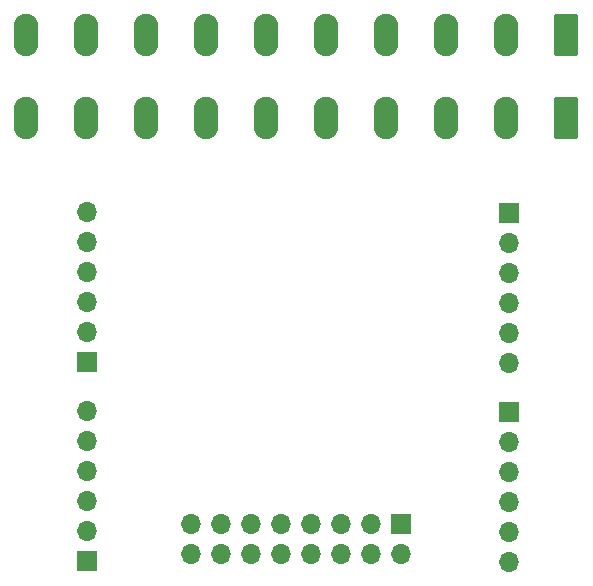
<source format=gbr>
%TF.GenerationSoftware,KiCad,Pcbnew,6.0.11+dfsg-1~bpo11+1*%
%TF.CreationDate,2023-04-06T13:38:35+02:00*%
%TF.ProjectId,aout-4_11,616f7574-2d34-45f3-9131-2e6b69636164,1.1*%
%TF.SameCoordinates,Original*%
%TF.FileFunction,Soldermask,Bot*%
%TF.FilePolarity,Negative*%
%FSLAX46Y46*%
G04 Gerber Fmt 4.6, Leading zero omitted, Abs format (unit mm)*
G04 Created by KiCad (PCBNEW 6.0.11+dfsg-1~bpo11+1) date 2023-04-06 13:38:35*
%MOMM*%
%LPD*%
G01*
G04 APERTURE LIST*
G04 Aperture macros list*
%AMRoundRect*
0 Rectangle with rounded corners*
0 $1 Rounding radius*
0 $2 $3 $4 $5 $6 $7 $8 $9 X,Y pos of 4 corners*
0 Add a 4 corners polygon primitive as box body*
4,1,4,$2,$3,$4,$5,$6,$7,$8,$9,$2,$3,0*
0 Add four circle primitives for the rounded corners*
1,1,$1+$1,$2,$3*
1,1,$1+$1,$4,$5*
1,1,$1+$1,$6,$7*
1,1,$1+$1,$8,$9*
0 Add four rect primitives between the rounded corners*
20,1,$1+$1,$2,$3,$4,$5,0*
20,1,$1+$1,$4,$5,$6,$7,0*
20,1,$1+$1,$6,$7,$8,$9,0*
20,1,$1+$1,$8,$9,$2,$3,0*%
G04 Aperture macros list end*
%ADD10RoundRect,0.249999X0.790001X1.550001X-0.790001X1.550001X-0.790001X-1.550001X0.790001X-1.550001X0*%
%ADD11O,2.080000X3.600000*%
%ADD12R,1.700000X1.700000*%
%ADD13O,1.700000X1.700000*%
G04 APERTURE END LIST*
D10*
%TO.C,J3*%
X168360000Y-80277500D03*
D11*
X163280000Y-80277500D03*
X158200000Y-80277500D03*
X153120000Y-80277500D03*
X148040000Y-80277500D03*
X142960000Y-80277500D03*
X137880000Y-80277500D03*
X132800000Y-80277500D03*
X127720000Y-80277500D03*
X122640000Y-80277500D03*
%TD*%
D12*
%TO.C,J6*%
X127775000Y-117825000D03*
D13*
X127775000Y-115285000D03*
X127775000Y-112745000D03*
X127775000Y-110205000D03*
X127775000Y-107665000D03*
X127775000Y-105125000D03*
%TD*%
D10*
%TO.C,J2*%
X168360000Y-73277500D03*
D11*
X163280000Y-73277500D03*
X158200000Y-73277500D03*
X153120000Y-73277500D03*
X148040000Y-73277500D03*
X142960000Y-73277500D03*
X137880000Y-73277500D03*
X132800000Y-73277500D03*
X127720000Y-73277500D03*
X122640000Y-73277500D03*
%TD*%
D12*
%TO.C,J5*%
X163500000Y-88340000D03*
D13*
X163500000Y-90880000D03*
X163500000Y-93420000D03*
X163500000Y-95960000D03*
X163500000Y-98500000D03*
X163500000Y-101040000D03*
%TD*%
D12*
%TO.C,J7*%
X163525000Y-105200000D03*
D13*
X163525000Y-107740000D03*
X163525000Y-110280000D03*
X163525000Y-112820000D03*
X163525000Y-115360000D03*
X163525000Y-117900000D03*
%TD*%
D12*
%TO.C,J4*%
X127775000Y-100925000D03*
D13*
X127775000Y-98385000D03*
X127775000Y-95845000D03*
X127775000Y-93305000D03*
X127775000Y-90765000D03*
X127775000Y-88225000D03*
%TD*%
D12*
%TO.C,J1*%
X154370000Y-114710000D03*
D13*
X154370000Y-117250000D03*
X151830000Y-114710000D03*
X151830000Y-117250000D03*
X149290000Y-114710000D03*
X149290000Y-117250000D03*
X146750000Y-114710000D03*
X146750000Y-117250000D03*
X144210000Y-114710000D03*
X144210000Y-117250000D03*
X141670000Y-114710000D03*
X141670000Y-117250000D03*
X139130000Y-114710000D03*
X139130000Y-117250000D03*
X136590000Y-114710000D03*
X136590000Y-117250000D03*
%TD*%
M02*

</source>
